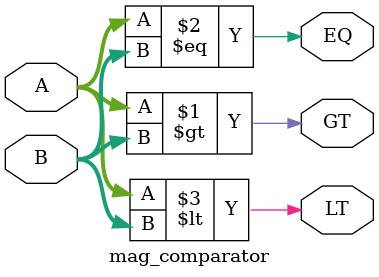
<source format=v>
module mag_comparator #(
  parameter n = 4 // number of bits in the binary numbers
)(
  input [n-1:0] A,
  input [n-1:0] B,
  output GT,
  output EQ,
  output LT
);


assign GT = (A > B);
assign EQ = (A == B);
assign LT = (A < B);

endmodule
</source>
